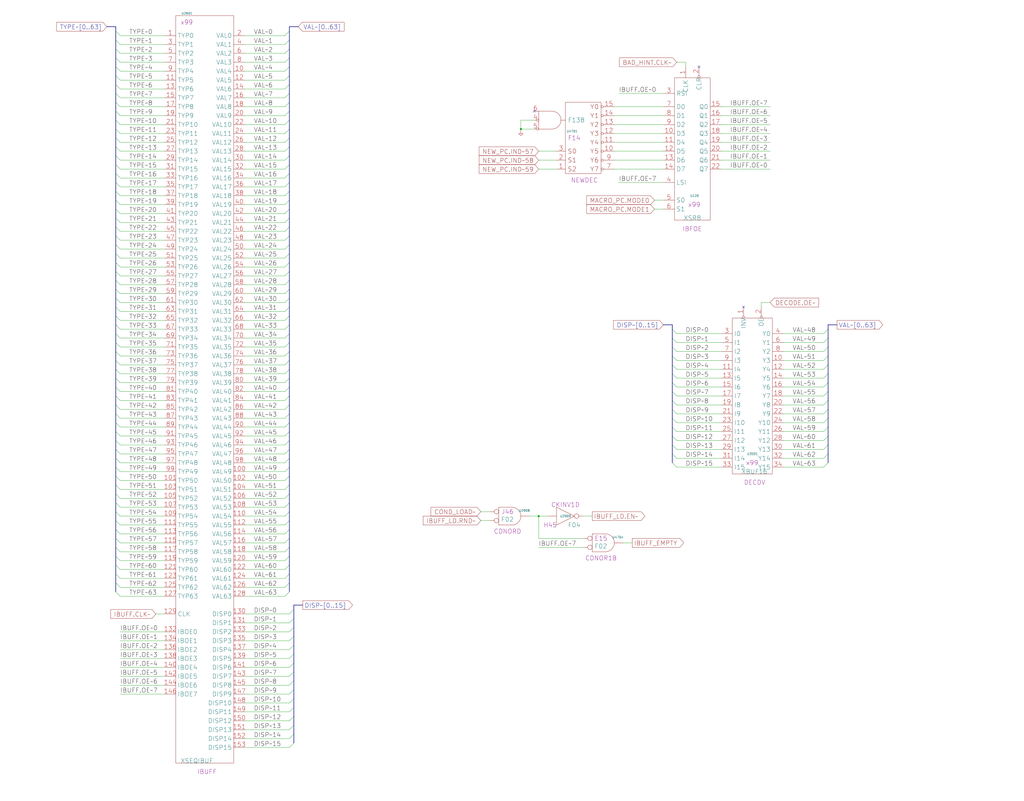
<source format=kicad_sch>
(kicad_sch (version 20230121) (generator eeschema)
  (paper "User" 584.2 457.2)
  (title_block (title "INSTRUCTION BUFFER") (date "22-MAY-90") (rev "1.0") (comment 1 "SEQUENCER") (comment 2 "232-003064") (comment 3 "S400") (comment 4 "RELEASED"))
  (junction (at 297.18 73.66))
  (junction (at 307.34 294.64))
  (no_connect (at 398.78 38.1))
  (no_connect (at 304.8 63.5))
  (no_connect (at 424.18 175.26))
  (bus_entry (at 66.04 83.82) (size 2.54 2.54))
  (bus_entry (at 383.54 208.28) (size 2.54 2.54))
  (bus_entry (at 165.1 327.66) (size -2.54 2.54))
  (bus_entry (at 165.1 73.66) (size -2.54 2.54))
  (bus_entry (at 66.04 185.42) (size 2.54 2.54))
  (bus_entry (at 66.04 93.98) (size 2.54 2.54))
  (bus_entry (at 66.04 317.5) (size 2.54 2.54))
  (bus_entry (at 165.1 22.86) (size -2.54 2.54))
  (bus_entry (at 66.04 154.94) (size 2.54 2.54))
  (bus_entry (at 167.64 347.98) (size -2.54 2.54))
  (bus_entry (at 383.54 254) (size 2.54 2.54))
  (bus_entry (at 472.44 259.08) (size -2.54 2.54))
  (bus_entry (at 165.1 297.18) (size -2.54 2.54))
  (bus_entry (at 165.1 175.26) (size -2.54 2.54))
  (bus_entry (at 165.1 160.02) (size -2.54 2.54))
  (bus_entry (at 66.04 251.46) (size 2.54 2.54))
  (bus_entry (at 165.1 246.38) (size -2.54 2.54))
  (bus_entry (at 165.1 119.38) (size -2.54 2.54))
  (bus_entry (at 165.1 129.54) (size -2.54 2.54))
  (bus_entry (at 66.04 33.02) (size 2.54 2.54))
  (bus_entry (at 66.04 276.86) (size 2.54 2.54))
  (bus_entry (at 165.1 195.58) (size -2.54 2.54))
  (bus_entry (at 165.1 63.5) (size -2.54 2.54))
  (bus_entry (at 66.04 129.54) (size 2.54 2.54))
  (bus_entry (at 66.04 109.22) (size 2.54 2.54))
  (bus_entry (at 66.04 144.78) (size 2.54 2.54))
  (bus_entry (at 66.04 215.9) (size 2.54 2.54))
  (bus_entry (at 66.04 165.1) (size 2.54 2.54))
  (bus_entry (at 165.1 43.18) (size -2.54 2.54))
  (bus_entry (at 165.1 241.3) (size -2.54 2.54))
  (bus_entry (at 167.64 388.62) (size -2.54 2.54))
  (bus_entry (at 165.1 190.5) (size -2.54 2.54))
  (bus_entry (at 165.1 200.66) (size -2.54 2.54))
  (bus_entry (at 66.04 104.14) (size 2.54 2.54))
  (bus_entry (at 66.04 43.18) (size 2.54 2.54))
  (bus_entry (at 66.04 261.62) (size 2.54 2.54))
  (bus_entry (at 472.44 228.6) (size -2.54 2.54))
  (bus_entry (at 167.64 363.22) (size -2.54 2.54))
  (bus_entry (at 165.1 307.34) (size -2.54 2.54))
  (bus_entry (at 167.64 408.94) (size -2.54 2.54))
  (bus_entry (at 472.44 198.12) (size -2.54 2.54))
  (bus_entry (at 66.04 220.98) (size 2.54 2.54))
  (bus_entry (at 472.44 254) (size -2.54 2.54))
  (bus_entry (at 66.04 231.14) (size 2.54 2.54))
  (bus_entry (at 383.54 238.76) (size 2.54 2.54))
  (bus_entry (at 66.04 236.22) (size 2.54 2.54))
  (bus_entry (at 66.04 210.82) (size 2.54 2.54))
  (bus_entry (at 167.64 414.02) (size -2.54 2.54))
  (bus_entry (at 165.1 139.7) (size -2.54 2.54))
  (bus_entry (at 472.44 203.2) (size -2.54 2.54))
  (bus_entry (at 167.64 383.54) (size -2.54 2.54))
  (bus_entry (at 66.04 68.58) (size 2.54 2.54))
  (bus_entry (at 66.04 27.94) (size 2.54 2.54))
  (bus_entry (at 66.04 332.74) (size 2.54 2.54))
  (bus_entry (at 472.44 238.76) (size -2.54 2.54))
  (bus_entry (at 66.04 170.18) (size 2.54 2.54))
  (bus_entry (at 66.04 99.06) (size 2.54 2.54))
  (bus_entry (at 66.04 73.66) (size 2.54 2.54))
  (bus_entry (at 66.04 190.5) (size 2.54 2.54))
  (bus_entry (at 66.04 312.42) (size 2.54 2.54))
  (bus_entry (at 165.1 287.02) (size -2.54 2.54))
  (bus_entry (at 165.1 261.62) (size -2.54 2.54))
  (bus_entry (at 66.04 78.74) (size 2.54 2.54))
  (bus_entry (at 165.1 266.7) (size -2.54 2.54))
  (bus_entry (at 165.1 109.22) (size -2.54 2.54))
  (bus_entry (at 66.04 149.86) (size 2.54 2.54))
  (bus_entry (at 165.1 205.74) (size -2.54 2.54))
  (bus_entry (at 167.64 403.86) (size -2.54 2.54))
  (bus_entry (at 66.04 287.02) (size 2.54 2.54))
  (bus_entry (at 66.04 175.26) (size 2.54 2.54))
  (bus_entry (at 66.04 241.3) (size 2.54 2.54))
  (bus_entry (at 66.04 139.7) (size 2.54 2.54))
  (bus_entry (at 66.04 114.3) (size 2.54 2.54))
  (bus_entry (at 165.1 88.9) (size -2.54 2.54))
  (bus_entry (at 165.1 281.94) (size -2.54 2.54))
  (bus_entry (at 66.04 63.5) (size 2.54 2.54))
  (bus_entry (at 472.44 264.16) (size -2.54 2.54))
  (bus_entry (at 167.64 373.38) (size -2.54 2.54))
  (bus_entry (at 66.04 266.7) (size 2.54 2.54))
  (bus_entry (at 66.04 337.82) (size 2.54 2.54))
  (bus_entry (at 165.1 312.42) (size -2.54 2.54))
  (bus_entry (at 66.04 200.66) (size 2.54 2.54))
  (bus_entry (at 383.54 218.44) (size 2.54 2.54))
  (bus_entry (at 165.1 93.98) (size -2.54 2.54))
  (bus_entry (at 383.54 223.52) (size 2.54 2.54))
  (bus_entry (at 165.1 271.78) (size -2.54 2.54))
  (bus_entry (at 66.04 124.46) (size 2.54 2.54))
  (bus_entry (at 165.1 104.14) (size -2.54 2.54))
  (bus_entry (at 167.64 393.7) (size -2.54 2.54))
  (bus_entry (at 165.1 99.06) (size -2.54 2.54))
  (bus_entry (at 472.44 243.84) (size -2.54 2.54))
  (bus_entry (at 66.04 256.54) (size 2.54 2.54))
  (bus_entry (at 165.1 220.98) (size -2.54 2.54))
  (bus_entry (at 165.1 180.34) (size -2.54 2.54))
  (bus_entry (at 383.54 248.92) (size 2.54 2.54))
  (bus_entry (at 165.1 302.26) (size -2.54 2.54))
  (bus_entry (at 472.44 218.44) (size -2.54 2.54))
  (bus_entry (at 165.1 53.34) (size -2.54 2.54))
  (bus_entry (at 383.54 187.96) (size 2.54 2.54))
  (bus_entry (at 165.1 38.1) (size -2.54 2.54))
  (bus_entry (at 66.04 246.38) (size 2.54 2.54))
  (bus_entry (at 165.1 33.02) (size -2.54 2.54))
  (bus_entry (at 66.04 48.26) (size 2.54 2.54))
  (bus_entry (at 66.04 205.74) (size 2.54 2.54))
  (bus_entry (at 383.54 228.6) (size 2.54 2.54))
  (bus_entry (at 167.64 358.14) (size -2.54 2.54))
  (bus_entry (at 66.04 271.78) (size 2.54 2.54))
  (bus_entry (at 167.64 398.78) (size -2.54 2.54))
  (bus_entry (at 66.04 160.02) (size 2.54 2.54))
  (bus_entry (at 66.04 226.06) (size 2.54 2.54))
  (bus_entry (at 66.04 53.34) (size 2.54 2.54))
  (bus_entry (at 66.04 180.34) (size 2.54 2.54))
  (bus_entry (at 165.1 276.86) (size -2.54 2.54))
  (bus_entry (at 383.54 259.08) (size 2.54 2.54))
  (bus_entry (at 66.04 297.18) (size 2.54 2.54))
  (bus_entry (at 472.44 248.92) (size -2.54 2.54))
  (bus_entry (at 165.1 134.62) (size -2.54 2.54))
  (bus_entry (at 165.1 210.82) (size -2.54 2.54))
  (bus_entry (at 167.64 424.18) (size -2.54 2.54))
  (bus_entry (at 167.64 368.3) (size -2.54 2.54))
  (bus_entry (at 472.44 223.52) (size -2.54 2.54))
  (bus_entry (at 165.1 322.58) (size -2.54 2.54))
  (bus_entry (at 165.1 231.14) (size -2.54 2.54))
  (bus_entry (at 165.1 251.46) (size -2.54 2.54))
  (bus_entry (at 165.1 78.74) (size -2.54 2.54))
  (bus_entry (at 66.04 322.58) (size 2.54 2.54))
  (bus_entry (at 472.44 193.04) (size -2.54 2.54))
  (bus_entry (at 165.1 154.94) (size -2.54 2.54))
  (bus_entry (at 66.04 281.94) (size 2.54 2.54))
  (bus_entry (at 165.1 337.82) (size -2.54 2.54))
  (bus_entry (at 167.64 353.06) (size -2.54 2.54))
  (bus_entry (at 66.04 17.78) (size 2.54 2.54))
  (bus_entry (at 66.04 58.42) (size 2.54 2.54))
  (bus_entry (at 66.04 307.34) (size 2.54 2.54))
  (bus_entry (at 165.1 332.74) (size -2.54 2.54))
  (bus_entry (at 383.54 198.12) (size 2.54 2.54))
  (bus_entry (at 165.1 236.22) (size -2.54 2.54))
  (bus_entry (at 383.54 203.2) (size 2.54 2.54))
  (bus_entry (at 66.04 327.66) (size 2.54 2.54))
  (bus_entry (at 165.1 185.42) (size -2.54 2.54))
  (bus_entry (at 66.04 292.1) (size 2.54 2.54))
  (bus_entry (at 165.1 124.46) (size -2.54 2.54))
  (bus_entry (at 472.44 213.36) (size -2.54 2.54))
  (bus_entry (at 165.1 83.82) (size -2.54 2.54))
  (bus_entry (at 165.1 144.78) (size -2.54 2.54))
  (bus_entry (at 66.04 195.58) (size 2.54 2.54))
  (bus_entry (at 66.04 302.26) (size 2.54 2.54))
  (bus_entry (at 167.64 378.46) (size -2.54 2.54))
  (bus_entry (at 472.44 208.28) (size -2.54 2.54))
  (bus_entry (at 165.1 68.58) (size -2.54 2.54))
  (bus_entry (at 165.1 114.3) (size -2.54 2.54))
  (bus_entry (at 383.54 213.36) (size 2.54 2.54))
  (bus_entry (at 165.1 165.1) (size -2.54 2.54))
  (bus_entry (at 165.1 58.42) (size -2.54 2.54))
  (bus_entry (at 165.1 256.54) (size -2.54 2.54))
  (bus_entry (at 165.1 48.26) (size -2.54 2.54))
  (bus_entry (at 165.1 317.5) (size -2.54 2.54))
  (bus_entry (at 165.1 27.94) (size -2.54 2.54))
  (bus_entry (at 66.04 134.62) (size 2.54 2.54))
  (bus_entry (at 165.1 215.9) (size -2.54 2.54))
  (bus_entry (at 167.64 419.1) (size -2.54 2.54))
  (bus_entry (at 383.54 264.16) (size 2.54 2.54))
  (bus_entry (at 383.54 243.84) (size 2.54 2.54))
  (bus_entry (at 165.1 149.86) (size -2.54 2.54))
  (bus_entry (at 472.44 233.68) (size -2.54 2.54))
  (bus_entry (at 66.04 38.1) (size 2.54 2.54))
  (bus_entry (at 165.1 226.06) (size -2.54 2.54))
  (bus_entry (at 383.54 193.04) (size 2.54 2.54))
  (bus_entry (at 383.54 233.68) (size 2.54 2.54))
  (bus_entry (at 472.44 187.96) (size -2.54 2.54))
  (bus_entry (at 66.04 119.38) (size 2.54 2.54))
  (bus_entry (at 66.04 88.9) (size 2.54 2.54))
  (bus_entry (at 66.04 22.86) (size 2.54 2.54))
  (bus_entry (at 165.1 292.1) (size -2.54 2.54))
  (bus_entry (at 165.1 170.18) (size -2.54 2.54))
  (bus_entry (at 165.1 17.78) (size -2.54 2.54))
  (wire (pts (xy 139.7 284.48) (xy 162.56 284.48)))
  (wire (pts (xy 139.7 182.88) (xy 162.56 182.88)))
  (bus (pts (xy 165.1 312.42) (xy 165.1 317.5)))
  (bus (pts (xy 167.64 388.62) (xy 167.64 393.7)))
  (bus (pts (xy 165.1 332.74) (xy 165.1 337.82)))
  (wire (pts (xy 68.58 365.76) (xy 93.98 365.76)))
  (bus (pts (xy 165.1 154.94) (xy 165.1 160.02)))
  (wire (pts (xy 93.98 208.28) (xy 68.58 208.28)))
  (bus (pts (xy 165.1 63.5) (xy 165.1 68.58)))
  (wire (pts (xy 93.98 162.56) (xy 68.58 162.56)))
  (bus (pts (xy 66.04 281.94) (xy 66.04 287.02)))
  (bus (pts (xy 165.1 317.5) (xy 165.1 322.58)))
  (wire (pts (xy 139.7 325.12) (xy 162.56 325.12)))
  (wire (pts (xy 139.7 279.4) (xy 162.56 279.4)))
  (bus (pts (xy 66.04 129.54) (xy 66.04 134.62)))
  (bus (pts (xy 165.1 307.34) (xy 165.1 312.42)))
  (wire (pts (xy 139.7 396.24) (xy 165.1 396.24)))
  (wire (pts (xy 139.7 50.8) (xy 162.56 50.8)))
  (wire (pts (xy 386.08 35.56) (xy 391.16 35.56)))
  (wire (pts (xy 139.7 86.36) (xy 162.56 86.36)))
  (wire (pts (xy 139.7 426.72) (xy 165.1 426.72)))
  (wire (pts (xy 93.98 218.44) (xy 68.58 218.44)))
  (bus (pts (xy 165.1 180.34) (xy 165.1 185.42)))
  (bus (pts (xy 66.04 93.98) (xy 66.04 99.06)))
  (wire (pts (xy 93.98 259.08) (xy 68.58 259.08)))
  (bus (pts (xy 165.1 38.1) (xy 165.1 43.18)))
  (wire (pts (xy 447.04 210.82) (xy 469.9 210.82)))
  (wire (pts (xy 139.7 259.08) (xy 162.56 259.08)))
  (wire (pts (xy 93.98 25.4) (xy 68.58 25.4)))
  (wire (pts (xy 139.7 330.2) (xy 162.56 330.2)))
  (bus (pts (xy 472.44 213.36) (xy 472.44 218.44)))
  (bus (pts (xy 66.04 292.1) (xy 66.04 297.18)))
  (wire (pts (xy 139.7 350.52) (xy 165.1 350.52)))
  (bus (pts (xy 378.46 185.42) (xy 383.54 185.42)))
  (wire (pts (xy 386.08 236.22) (xy 411.48 236.22)))
  (bus (pts (xy 165.1 302.26) (xy 165.1 307.34)))
  (bus (pts (xy 165.1 17.78) (xy 165.1 22.86)))
  (bus (pts (xy 165.1 210.82) (xy 165.1 215.9)))
  (bus (pts (xy 66.04 119.38) (xy 66.04 124.46)))
  (wire (pts (xy 307.34 86.36) (xy 317.5 86.36)))
  (wire (pts (xy 304.8 68.58) (xy 297.18 68.58)))
  (wire (pts (xy 139.7 218.44) (xy 162.56 218.44)))
  (wire (pts (xy 139.7 365.76) (xy 165.1 365.76)))
  (bus (pts (xy 165.1 276.86) (xy 165.1 281.94)))
  (bus (pts (xy 66.04 73.66) (xy 66.04 78.74)))
  (bus (pts (xy 66.04 302.26) (xy 66.04 307.34)))
  (wire (pts (xy 139.7 213.36) (xy 162.56 213.36)))
  (bus (pts (xy 66.04 43.18) (xy 66.04 48.26)))
  (bus (pts (xy 165.1 226.06) (xy 165.1 231.14)))
  (wire (pts (xy 93.98 335.28) (xy 68.58 335.28)))
  (wire (pts (xy 93.98 106.68) (xy 68.58 106.68)))
  (wire (pts (xy 93.98 40.64) (xy 68.58 40.64)))
  (bus (pts (xy 66.04 287.02) (xy 66.04 292.1)))
  (bus (pts (xy 165.1 33.02) (xy 165.1 38.1)))
  (wire (pts (xy 93.98 289.56) (xy 68.58 289.56)))
  (bus (pts (xy 66.04 205.74) (xy 66.04 210.82)))
  (wire (pts (xy 93.98 203.2) (xy 68.58 203.2)))
  (wire (pts (xy 411.48 60.96) (xy 439.42 60.96)))
  (wire (pts (xy 447.04 266.7) (xy 469.9 266.7)))
  (wire (pts (xy 139.7 391.16) (xy 165.1 391.16)))
  (wire (pts (xy 68.58 370.84) (xy 93.98 370.84)))
  (wire (pts (xy 447.04 261.62) (xy 469.9 261.62)))
  (wire (pts (xy 350.52 71.12) (xy 378.46 71.12)))
  (wire (pts (xy 139.7 40.64) (xy 162.56 40.64)))
  (wire (pts (xy 411.48 71.12) (xy 439.42 71.12)))
  (bus (pts (xy 383.54 218.44) (xy 383.54 223.52)))
  (bus (pts (xy 383.54 243.84) (xy 383.54 248.92)))
  (wire (pts (xy 139.7 289.56) (xy 162.56 289.56)))
  (bus (pts (xy 66.04 297.18) (xy 66.04 302.26)))
  (wire (pts (xy 93.98 91.44) (xy 68.58 91.44)))
  (wire (pts (xy 139.7 142.24) (xy 162.56 142.24)))
  (bus (pts (xy 66.04 114.3) (xy 66.04 119.38)))
  (bus (pts (xy 165.1 144.78) (xy 165.1 149.86)))
  (bus (pts (xy 167.64 398.78) (xy 167.64 403.86)))
  (wire (pts (xy 307.34 312.42) (xy 332.74 312.42)))
  (wire (pts (xy 68.58 381) (xy 93.98 381)))
  (wire (pts (xy 447.04 200.66) (xy 469.9 200.66)))
  (wire (pts (xy 297.18 68.58) (xy 297.18 73.66)))
  (wire (pts (xy 93.98 279.4) (xy 68.58 279.4)))
  (bus (pts (xy 472.44 248.92) (xy 472.44 254)))
  (wire (pts (xy 139.7 299.72) (xy 162.56 299.72)))
  (bus (pts (xy 167.64 414.02) (xy 167.64 419.1)))
  (wire (pts (xy 447.04 246.38) (xy 469.9 246.38)))
  (wire (pts (xy 93.98 132.08) (xy 68.58 132.08)))
  (wire (pts (xy 139.7 76.2) (xy 162.56 76.2)))
  (bus (pts (xy 66.04 104.14) (xy 66.04 109.22)))
  (bus (pts (xy 165.1 322.58) (xy 165.1 327.66)))
  (bus (pts (xy 66.04 220.98) (xy 66.04 226.06)))
  (wire (pts (xy 93.98 60.96) (xy 68.58 60.96)))
  (bus (pts (xy 472.44 198.12) (xy 472.44 203.2)))
  (bus (pts (xy 66.04 154.94) (xy 66.04 160.02)))
  (wire (pts (xy 274.32 292.1) (xy 279.4 292.1)))
  (bus (pts (xy 66.04 332.74) (xy 66.04 337.82)))
  (wire (pts (xy 373.38 114.3) (xy 378.46 114.3)))
  (bus (pts (xy 167.64 347.98) (xy 167.64 353.06)))
  (bus (pts (xy 165.1 93.98) (xy 165.1 99.06)))
  (wire (pts (xy 139.7 55.88) (xy 162.56 55.88)))
  (wire (pts (xy 386.08 205.74) (xy 411.48 205.74)))
  (wire (pts (xy 447.04 205.74) (xy 469.9 205.74)))
  (wire (pts (xy 386.08 266.7) (xy 411.48 266.7)))
  (wire (pts (xy 93.98 177.8) (xy 68.58 177.8)))
  (wire (pts (xy 139.7 320.04) (xy 162.56 320.04)))
  (bus (pts (xy 165.1 281.94) (xy 165.1 287.02)))
  (bus (pts (xy 383.54 198.12) (xy 383.54 203.2)))
  (wire (pts (xy 93.98 233.68) (xy 68.58 233.68)))
  (bus (pts (xy 66.04 271.78) (xy 66.04 276.86)))
  (bus (pts (xy 165.1 231.14) (xy 165.1 236.22)))
  (wire (pts (xy 93.98 86.36) (xy 68.58 86.36)))
  (wire (pts (xy 93.98 121.92) (xy 68.58 121.92)))
  (bus (pts (xy 165.1 327.66) (xy 165.1 332.74)))
  (wire (pts (xy 93.98 223.52) (xy 68.58 223.52)))
  (bus (pts (xy 165.1 149.86) (xy 165.1 154.94)))
  (wire (pts (xy 350.52 76.2) (xy 378.46 76.2)))
  (bus (pts (xy 383.54 185.42) (xy 383.54 187.96)))
  (bus (pts (xy 165.1 241.3) (xy 165.1 246.38)))
  (bus (pts (xy 165.1 175.26) (xy 165.1 180.34)))
  (wire (pts (xy 307.34 91.44) (xy 317.5 91.44)))
  (bus (pts (xy 60.96 15.24) (xy 66.04 15.24)))
  (bus (pts (xy 66.04 139.7) (xy 66.04 144.78)))
  (bus (pts (xy 472.44 259.08) (xy 472.44 264.16)))
  (wire (pts (xy 139.7 264.16) (xy 162.56 264.16)))
  (bus (pts (xy 165.1 99.06) (xy 165.1 104.14)))
  (bus (pts (xy 66.04 241.3) (xy 66.04 246.38)))
  (wire (pts (xy 139.7 208.28) (xy 162.56 208.28)))
  (wire (pts (xy 93.98 182.88) (xy 68.58 182.88)))
  (bus (pts (xy 165.1 266.7) (xy 165.1 271.78)))
  (wire (pts (xy 139.7 233.68) (xy 162.56 233.68)))
  (bus (pts (xy 66.04 327.66) (xy 66.04 332.74)))
  (wire (pts (xy 93.98 248.92) (xy 68.58 248.92)))
  (bus (pts (xy 383.54 223.52) (xy 383.54 228.6)))
  (bus (pts (xy 165.1 114.3) (xy 165.1 119.38)))
  (wire (pts (xy 93.98 340.36) (xy 68.58 340.36)))
  (wire (pts (xy 139.7 30.48) (xy 162.56 30.48)))
  (wire (pts (xy 139.7 269.24) (xy 162.56 269.24)))
  (wire (pts (xy 386.08 241.3) (xy 411.48 241.3)))
  (bus (pts (xy 66.04 195.58) (xy 66.04 200.66)))
  (wire (pts (xy 93.98 111.76) (xy 68.58 111.76)))
  (bus (pts (xy 165.1 68.58) (xy 165.1 73.66)))
  (wire (pts (xy 139.7 248.92) (xy 162.56 248.92)))
  (bus (pts (xy 383.54 228.6) (xy 383.54 233.68)))
  (wire (pts (xy 139.7 254) (xy 162.56 254)))
  (wire (pts (xy 88.9 350.52) (xy 93.98 350.52)))
  (bus (pts (xy 165.1 124.46) (xy 165.1 129.54)))
  (wire (pts (xy 332.74 294.64) (xy 337.82 294.64)))
  (bus (pts (xy 472.44 187.96) (xy 472.44 193.04)))
  (wire (pts (xy 68.58 391.16) (xy 93.98 391.16)))
  (wire (pts (xy 93.98 55.88) (xy 68.58 55.88)))
  (wire (pts (xy 93.98 66.04) (xy 68.58 66.04)))
  (wire (pts (xy 411.48 86.36) (xy 439.42 86.36)))
  (wire (pts (xy 447.04 231.14) (xy 469.9 231.14)))
  (wire (pts (xy 139.7 127) (xy 162.56 127)))
  (wire (pts (xy 93.98 299.72) (xy 68.58 299.72)))
  (bus (pts (xy 66.04 266.7) (xy 66.04 271.78)))
  (bus (pts (xy 66.04 88.9) (xy 66.04 93.98)))
  (wire (pts (xy 139.7 238.76) (xy 162.56 238.76)))
  (bus (pts (xy 165.1 43.18) (xy 165.1 48.26)))
  (bus (pts (xy 66.04 215.9) (xy 66.04 220.98)))
  (wire (pts (xy 139.7 101.6) (xy 162.56 101.6)))
  (bus (pts (xy 66.04 149.86) (xy 66.04 154.94)))
  (wire (pts (xy 139.7 45.72) (xy 162.56 45.72)))
  (wire (pts (xy 93.98 254) (xy 68.58 254)))
  (wire (pts (xy 93.98 116.84) (xy 68.58 116.84)))
  (bus (pts (xy 66.04 144.78) (xy 66.04 149.86)))
  (wire (pts (xy 68.58 386.08) (xy 93.98 386.08)))
  (wire (pts (xy 373.38 119.38) (xy 378.46 119.38)))
  (bus (pts (xy 165.1 185.42) (xy 165.1 190.5)))
  (wire (pts (xy 139.7 187.96) (xy 162.56 187.96)))
  (wire (pts (xy 93.98 45.72) (xy 68.58 45.72)))
  (bus (pts (xy 165.1 83.82) (xy 165.1 88.9)))
  (wire (pts (xy 447.04 226.06) (xy 469.9 226.06)))
  (wire (pts (xy 139.7 274.32) (xy 162.56 274.32)))
  (bus (pts (xy 167.64 345.44) (xy 172.72 345.44)))
  (wire (pts (xy 93.98 81.28) (xy 68.58 81.28)))
  (wire (pts (xy 386.08 210.82) (xy 411.48 210.82)))
  (wire (pts (xy 93.98 76.2) (xy 68.58 76.2)))
  (bus (pts (xy 66.04 160.02) (xy 66.04 165.1)))
  (wire (pts (xy 302.26 294.64) (xy 307.34 294.64)))
  (wire (pts (xy 297.18 73.66) (xy 304.8 73.66)))
  (wire (pts (xy 139.7 381) (xy 165.1 381)))
  (bus (pts (xy 66.04 58.42) (xy 66.04 63.5)))
  (bus (pts (xy 165.1 287.02) (xy 165.1 292.1)))
  (bus (pts (xy 66.04 78.74) (xy 66.04 83.82)))
  (bus (pts (xy 66.04 134.62) (xy 66.04 139.7)))
  (bus (pts (xy 167.64 368.3) (xy 167.64 373.38)))
  (bus (pts (xy 66.04 256.54) (xy 66.04 261.62)))
  (wire (pts (xy 386.08 215.9) (xy 411.48 215.9)))
  (wire (pts (xy 350.52 81.28) (xy 378.46 81.28)))
  (wire (pts (xy 93.98 193.04) (xy 68.58 193.04)))
  (wire (pts (xy 93.98 274.32) (xy 68.58 274.32)))
  (wire (pts (xy 307.34 307.34) (xy 332.74 307.34)))
  (wire (pts (xy 139.7 243.84) (xy 162.56 243.84)))
  (bus (pts (xy 383.54 238.76) (xy 383.54 243.84)))
  (wire (pts (xy 139.7 340.36) (xy 162.56 340.36)))
  (bus (pts (xy 472.44 243.84) (xy 472.44 248.92)))
  (wire (pts (xy 93.98 187.96) (xy 68.58 187.96)))
  (wire (pts (xy 139.7 223.52) (xy 162.56 223.52)))
  (wire (pts (xy 139.7 157.48) (xy 162.56 157.48)))
  (bus (pts (xy 66.04 15.24) (xy 66.04 17.78)))
  (bus (pts (xy 165.1 256.54) (xy 165.1 261.62)))
  (bus (pts (xy 66.04 33.02) (xy 66.04 38.1)))
  (wire (pts (xy 93.98 325.12) (xy 68.58 325.12)))
  (wire (pts (xy 139.7 421.64) (xy 165.1 421.64)))
  (bus (pts (xy 66.04 48.26) (xy 66.04 53.34)))
  (bus (pts (xy 165.1 236.22) (xy 165.1 241.3)))
  (wire (pts (xy 350.52 60.96) (xy 378.46 60.96)))
  (bus (pts (xy 170.18 15.24) (xy 165.1 15.24)))
  (bus (pts (xy 66.04 124.46) (xy 66.04 129.54)))
  (bus (pts (xy 165.1 109.22) (xy 165.1 114.3)))
  (bus (pts (xy 383.54 208.28) (xy 383.54 213.36)))
  (wire (pts (xy 139.7 132.08) (xy 162.56 132.08)))
  (bus (pts (xy 472.44 254) (xy 472.44 259.08)))
  (bus (pts (xy 165.1 22.86) (xy 165.1 27.94)))
  (bus (pts (xy 383.54 233.68) (xy 383.54 238.76)))
  (wire (pts (xy 447.04 236.22) (xy 469.9 236.22)))
  (wire (pts (xy 139.7 66.04) (xy 162.56 66.04)))
  (wire (pts (xy 93.98 20.32) (xy 68.58 20.32)))
  (bus (pts (xy 165.1 297.18) (xy 165.1 302.26)))
  (bus (pts (xy 66.04 251.46) (xy 66.04 256.54)))
  (bus (pts (xy 383.54 254) (xy 383.54 259.08)))
  (bus (pts (xy 167.64 419.1) (xy 167.64 424.18)))
  (wire (pts (xy 411.48 81.28) (xy 439.42 81.28)))
  (bus (pts (xy 66.04 109.22) (xy 66.04 114.3)))
  (wire (pts (xy 386.08 200.66) (xy 411.48 200.66)))
  (wire (pts (xy 93.98 294.64) (xy 68.58 294.64)))
  (bus (pts (xy 383.54 193.04) (xy 383.54 198.12)))
  (wire (pts (xy 93.98 243.84) (xy 68.58 243.84)))
  (wire (pts (xy 93.98 152.4) (xy 68.58 152.4)))
  (wire (pts (xy 139.7 81.28) (xy 162.56 81.28)))
  (wire (pts (xy 386.08 190.5) (xy 411.48 190.5)))
  (bus (pts (xy 165.1 190.5) (xy 165.1 195.58)))
  (wire (pts (xy 350.52 91.44) (xy 378.46 91.44)))
  (bus (pts (xy 472.44 228.6) (xy 472.44 233.68)))
  (wire (pts (xy 93.98 137.16) (xy 68.58 137.16)))
  (wire (pts (xy 139.7 147.32) (xy 162.56 147.32)))
  (bus (pts (xy 66.04 322.58) (xy 66.04 327.66)))
  (wire (pts (xy 386.08 246.38) (xy 411.48 246.38)))
  (wire (pts (xy 355.6 309.88) (xy 360.68 309.88)))
  (wire (pts (xy 139.7 111.76) (xy 162.56 111.76)))
  (wire (pts (xy 139.7 401.32) (xy 165.1 401.32)))
  (wire (pts (xy 139.7 177.8) (xy 162.56 177.8)))
  (bus (pts (xy 66.04 200.66) (xy 66.04 205.74)))
  (wire (pts (xy 93.98 213.36) (xy 68.58 213.36)))
  (bus (pts (xy 472.44 238.76) (xy 472.44 243.84)))
  (wire (pts (xy 447.04 215.9) (xy 469.9 215.9)))
  (wire (pts (xy 93.98 167.64) (xy 68.58 167.64)))
  (wire (pts (xy 391.16 35.56) (xy 391.16 38.1)))
  (bus (pts (xy 66.04 185.42) (xy 66.04 190.5)))
  (bus (pts (xy 167.64 373.38) (xy 167.64 378.46)))
  (wire (pts (xy 93.98 304.8) (xy 68.58 304.8)))
  (wire (pts (xy 139.7 335.28) (xy 162.56 335.28)))
  (bus (pts (xy 165.1 88.9) (xy 165.1 93.98)))
  (bus (pts (xy 66.04 68.58) (xy 66.04 73.66)))
  (bus (pts (xy 165.1 119.38) (xy 165.1 124.46)))
  (bus (pts (xy 165.1 170.18) (xy 165.1 175.26)))
  (wire (pts (xy 350.52 96.52) (xy 378.46 96.52)))
  (bus (pts (xy 472.44 223.52) (xy 472.44 228.6)))
  (wire (pts (xy 139.7 152.4) (xy 162.56 152.4)))
  (bus (pts (xy 165.1 73.66) (xy 165.1 78.74)))
  (bus (pts (xy 66.04 175.26) (xy 66.04 180.34)))
  (bus (pts (xy 165.1 205.74) (xy 165.1 210.82)))
  (bus (pts (xy 165.1 251.46) (xy 165.1 256.54)))
  (wire (pts (xy 439.42 172.72) (xy 434.34 172.72)))
  (bus (pts (xy 165.1 246.38) (xy 165.1 251.46)))
  (wire (pts (xy 93.98 172.72) (xy 68.58 172.72)))
  (wire (pts (xy 139.7 137.16) (xy 162.56 137.16)))
  (wire (pts (xy 386.08 226.06) (xy 411.48 226.06)))
  (wire (pts (xy 68.58 360.68) (xy 93.98 360.68)))
  (wire (pts (xy 411.48 96.52) (xy 439.42 96.52)))
  (wire (pts (xy 93.98 96.52) (xy 68.58 96.52)))
  (wire (pts (xy 139.7 309.88) (xy 162.56 309.88)))
  (wire (pts (xy 447.04 220.98) (xy 469.9 220.98)))
  (wire (pts (xy 411.48 76.2) (xy 439.42 76.2)))
  (bus (pts (xy 167.64 363.22) (xy 167.64 368.3)))
  (wire (pts (xy 139.7 375.92) (xy 165.1 375.92)))
  (bus (pts (xy 66.04 27.94) (xy 66.04 33.02)))
  (bus (pts (xy 66.04 170.18) (xy 66.04 175.26)))
  (wire (pts (xy 434.34 172.72) (xy 434.34 175.26)))
  (wire (pts (xy 139.7 360.68) (xy 165.1 360.68)))
  (wire (pts (xy 93.98 35.56) (xy 68.58 35.56)))
  (bus (pts (xy 165.1 195.58) (xy 165.1 200.66)))
  (wire (pts (xy 274.32 297.18) (xy 279.4 297.18)))
  (bus (pts (xy 66.04 210.82) (xy 66.04 215.9)))
  (wire (pts (xy 353.06 104.14) (xy 378.46 104.14)))
  (wire (pts (xy 139.7 35.56) (xy 162.56 35.56)))
  (bus (pts (xy 165.1 27.94) (xy 165.1 33.02)))
  (wire (pts (xy 139.7 106.68) (xy 162.56 106.68)))
  (wire (pts (xy 139.7 116.84) (xy 162.56 116.84)))
  (bus (pts (xy 383.54 203.2) (xy 383.54 208.28)))
  (bus (pts (xy 477.52 185.42) (xy 472.44 185.42)))
  (bus (pts (xy 66.04 190.5) (xy 66.04 195.58)))
  (wire (pts (xy 411.48 91.44) (xy 439.42 91.44)))
  (bus (pts (xy 66.04 17.78) (xy 66.04 22.86)))
  (wire (pts (xy 68.58 375.92) (xy 93.98 375.92)))
  (bus (pts (xy 165.1 58.42) (xy 165.1 63.5)))
  (wire (pts (xy 447.04 256.54) (xy 469.9 256.54)))
  (wire (pts (xy 139.7 370.84) (xy 165.1 370.84)))
  (bus (pts (xy 472.44 208.28) (xy 472.44 213.36)))
  (bus (pts (xy 167.64 403.86) (xy 167.64 408.94)))
  (bus (pts (xy 472.44 218.44) (xy 472.44 223.52)))
  (wire (pts (xy 139.7 355.6) (xy 165.1 355.6)))
  (wire (pts (xy 139.7 96.52) (xy 162.56 96.52)))
  (bus (pts (xy 165.1 104.14) (xy 165.1 109.22)))
  (bus (pts (xy 66.04 317.5) (xy 66.04 322.58)))
  (wire (pts (xy 139.7 406.4) (xy 165.1 406.4)))
  (bus (pts (xy 383.54 213.36) (xy 383.54 218.44)))
  (wire (pts (xy 93.98 264.16) (xy 68.58 264.16)))
  (wire (pts (xy 93.98 330.2) (xy 68.58 330.2)))
  (wire (pts (xy 386.08 251.46) (xy 411.48 251.46)))
  (bus (pts (xy 383.54 248.92) (xy 383.54 254)))
  (bus (pts (xy 165.1 292.1) (xy 165.1 297.18)))
  (bus (pts (xy 165.1 160.02) (xy 165.1 165.1)))
  (wire (pts (xy 93.98 101.6) (xy 68.58 101.6)))
  (wire (pts (xy 139.7 20.32) (xy 162.56 20.32)))
  (bus (pts (xy 167.64 378.46) (xy 167.64 383.54)))
  (bus (pts (xy 165.1 271.78) (xy 165.1 276.86)))
  (bus (pts (xy 167.64 393.7) (xy 167.64 398.78)))
  (wire (pts (xy 139.7 71.12) (xy 162.56 71.12)))
  (wire (pts (xy 93.98 269.24) (xy 68.58 269.24)))
  (wire (pts (xy 93.98 309.88) (xy 68.58 309.88)))
  (bus (pts (xy 66.04 312.42) (xy 66.04 317.5)))
  (bus (pts (xy 66.04 99.06) (xy 66.04 104.14)))
  (wire (pts (xy 139.7 198.12) (xy 162.56 198.12)))
  (bus (pts (xy 66.04 307.34) (xy 66.04 312.42)))
  (bus (pts (xy 165.1 165.1) (xy 165.1 170.18)))
  (bus (pts (xy 165.1 53.34) (xy 165.1 58.42)))
  (wire (pts (xy 93.98 228.6) (xy 68.58 228.6)))
  (wire (pts (xy 139.7 167.64) (xy 162.56 167.64)))
  (bus (pts (xy 167.64 383.54) (xy 167.64 388.62)))
  (wire (pts (xy 93.98 50.8) (xy 68.58 50.8)))
  (bus (pts (xy 165.1 134.62) (xy 165.1 139.7)))
  (wire (pts (xy 139.7 228.6) (xy 162.56 228.6)))
  (wire (pts (xy 447.04 195.58) (xy 469.9 195.58)))
  (bus (pts (xy 66.04 246.38) (xy 66.04 251.46)))
  (bus (pts (xy 66.04 236.22) (xy 66.04 241.3)))
  (wire (pts (xy 68.58 396.24) (xy 93.98 396.24)))
  (bus (pts (xy 66.04 231.14) (xy 66.04 236.22)))
  (bus (pts (xy 165.1 215.9) (xy 165.1 220.98)))
  (bus (pts (xy 167.64 347.98) (xy 167.64 345.44)))
  (wire (pts (xy 139.7 193.04) (xy 162.56 193.04)))
  (bus (pts (xy 165.1 78.74) (xy 165.1 83.82)))
  (bus (pts (xy 66.04 180.34) (xy 66.04 185.42)))
  (bus (pts (xy 165.1 200.66) (xy 165.1 205.74)))
  (wire (pts (xy 139.7 121.92) (xy 162.56 121.92)))
  (bus (pts (xy 66.04 63.5) (xy 66.04 68.58)))
  (bus (pts (xy 472.44 203.2) (xy 472.44 208.28)))
  (bus (pts (xy 472.44 193.04) (xy 472.44 198.12)))
  (wire (pts (xy 93.98 157.48) (xy 68.58 157.48)))
  (bus (pts (xy 66.04 165.1) (xy 66.04 170.18)))
  (wire (pts (xy 93.98 147.32) (xy 68.58 147.32)))
  (bus (pts (xy 167.64 408.94) (xy 167.64 414.02)))
  (bus (pts (xy 165.1 220.98) (xy 165.1 226.06)))
  (bus (pts (xy 167.64 353.06) (xy 167.64 358.14)))
  (wire (pts (xy 386.08 220.98) (xy 411.48 220.98)))
  (wire (pts (xy 307.34 294.64) (xy 307.34 307.34)))
  (wire (pts (xy 93.98 71.12) (xy 68.58 71.12)))
  (wire (pts (xy 93.98 320.04) (xy 68.58 320.04)))
  (bus (pts (xy 66.04 83.82) (xy 66.04 88.9)))
  (wire (pts (xy 447.04 241.3) (xy 469.9 241.3)))
  (wire (pts (xy 386.08 261.62) (xy 411.48 261.62)))
  (wire (pts (xy 93.98 198.12) (xy 68.58 198.12)))
  (bus (pts (xy 165.1 261.62) (xy 165.1 266.7)))
  (bus (pts (xy 66.04 261.62) (xy 66.04 266.7)))
  (wire (pts (xy 353.06 53.34) (xy 378.46 53.34)))
  (wire (pts (xy 93.98 127) (xy 68.58 127)))
  (wire (pts (xy 139.7 386.08) (xy 165.1 386.08)))
  (wire (pts (xy 93.98 30.48) (xy 68.58 30.48)))
  (bus (pts (xy 66.04 226.06) (xy 66.04 231.14)))
  (bus (pts (xy 383.54 187.96) (xy 383.54 193.04)))
  (wire (pts (xy 307.34 96.52) (xy 317.5 96.52)))
  (wire (pts (xy 350.52 86.36) (xy 378.46 86.36)))
  (bus (pts (xy 165.1 15.24) (xy 165.1 17.78)))
  (bus (pts (xy 383.54 259.08) (xy 383.54 264.16)))
  (wire (pts (xy 386.08 231.14) (xy 411.48 231.14)))
  (wire (pts (xy 139.7 411.48) (xy 165.1 411.48)))
  (bus (pts (xy 472.44 185.42) (xy 472.44 187.96)))
  (wire (pts (xy 139.7 314.96) (xy 162.56 314.96)))
  (bus (pts (xy 66.04 53.34) (xy 66.04 58.42)))
  (wire (pts (xy 447.04 251.46) (xy 469.9 251.46)))
  (wire (pts (xy 139.7 416.56) (xy 165.1 416.56)))
  (wire (pts (xy 307.34 294.64) (xy 312.42 294.64)))
  (wire (pts (xy 139.7 203.2) (xy 162.56 203.2)))
  (wire (pts (xy 93.98 284.48) (xy 68.58 284.48)))
  (wire (pts (xy 350.52 66.04) (xy 378.46 66.04)))
  (wire (pts (xy 447.04 190.5) (xy 469.9 190.5)))
  (wire (pts (xy 386.08 195.58) (xy 411.48 195.58)))
  (wire (pts (xy 411.48 66.04) (xy 439.42 66.04)))
  (bus (pts (xy 66.04 276.86) (xy 66.04 281.94)))
  (wire (pts (xy 93.98 314.96) (xy 68.58 314.96)))
  (bus (pts (xy 66.04 38.1) (xy 66.04 43.18)))
  (wire (pts (xy 139.7 25.4) (xy 162.56 25.4)))
  (wire (pts (xy 139.7 91.44) (xy 162.56 91.44)))
  (bus (pts (xy 472.44 233.68) (xy 472.44 238.76)))
  (wire (pts (xy 93.98 142.24) (xy 68.58 142.24)))
  (bus (pts (xy 66.04 22.86) (xy 66.04 27.94)))
  (wire (pts (xy 93.98 238.76) (xy 68.58 238.76)))
  (bus (pts (xy 165.1 139.7) (xy 165.1 144.78)))
  (bus (pts (xy 165.1 48.26) (xy 165.1 53.34)))
  (wire (pts (xy 139.7 294.64) (xy 162.56 294.64)))
  (wire (pts (xy 139.7 60.96) (xy 162.56 60.96)))
  (wire (pts (xy 139.7 172.72) (xy 162.56 172.72)))
  (wire (pts (xy 139.7 304.8) (xy 162.56 304.8)))
  (wire (pts (xy 386.08 256.54) (xy 411.48 256.54)))
  (bus (pts (xy 167.64 358.14) (xy 167.64 363.22)))
  (wire (pts (xy 139.7 162.56) (xy 162.56 162.56)))
  (bus (pts (xy 165.1 129.54) (xy 165.1 134.62)))
  (label "VAL~7" (at 144.78 55.88 0) (effects (font (size 2.54 2.54))))
  (label "DISP~12" (at 391.16 251.46 0) (effects (font (size 2.54 2.54))))
  (label "TYPE~57" (at 73.66 309.88 0) (effects (font (size 2.54 2.54))))
  (label "DISP~15" (at 144.78 426.72 0) (effects (font (size 2.54 2.54))))
  (label "IBUFF.OE~2" (at 416.56 86.36 0) (effects (font (size 2.54 2.54))))
  (label "IBUFF.OE~7" (at 416.56 60.96 0) (effects (font (size 2.54 2.54))))
  (label "TYPE~25" (at 73.66 147.32 0) (effects (font (size 2.54 2.54))))
  (label "DISP~5" (at 144.78 375.92 0) (effects (font (size 2.54 2.54))))
  (label "VAL~18" (at 144.78 111.76 0) (effects (font (size 2.54 2.54))))
  (label "DISP~14" (at 144.78 421.64 0) (effects (font (size 2.54 2.54))))
  (label "TYPE~36" (at 73.66 203.2 0) (effects (font (size 2.54 2.54))))
  (label "DISP~4" (at 391.16 210.82 0) (effects (font (size 2.54 2.54))))
  (label "DISP~3" (at 144.78 365.76 0) (effects (font (size 2.54 2.54))))
  (label "VAL~60" (at 144.78 325.12 0) (effects (font (size 2.54 2.54))))
  (label "TYPE~9" (at 73.66 66.04 0) (effects (font (size 2.54 2.54))))
  (label "DISP~0" (at 391.16 190.5 0) (effects (font (size 2.54 2.54))))
  (label "IBUFF.OE~0" (at 68.58 360.68 0) (effects (font (size 2.54 2.54))))
  (label "DISP~3" (at 391.16 205.74 0) (effects (font (size 2.54 2.54))))
  (label "TYPE~23" (at 73.66 137.16 0) (effects (font (size 2.54 2.54))))
  (label "IBUFF.OE~4" (at 68.58 381 0) (effects (font (size 2.54 2.54))))
  (label "IBUFF.OE~0" (at 416.56 96.52 0) (effects (font (size 2.54 2.54))))
  (label "TYPE~22" (at 73.66 132.08 0) (effects (font (size 2.54 2.54))))
  (label "TYPE~5" (at 73.66 45.72 0) (effects (font (size 2.54 2.54))))
  (label "TYPE~21" (at 73.66 127 0) (effects (font (size 2.54 2.54))))
  (label "VAL~39" (at 144.78 218.44 0) (effects (font (size 2.54 2.54))))
  (label "TYPE~42" (at 73.66 233.68 0) (effects (font (size 2.54 2.54))))
  (label "IBUFF.OE~7" (at 68.58 396.24 0) (effects (font (size 2.54 2.54))))
  (label "VAL~46" (at 144.78 254 0) (effects (font (size 2.54 2.54))))
  (label "VAL~38" (at 144.78 213.36 0) (effects (font (size 2.54 2.54))))
  (label "VAL~63" (at 144.78 340.36 0) (effects (font (size 2.54 2.54))))
  (label "TYPE~14" (at 73.66 91.44 0) (effects (font (size 2.54 2.54))))
  (label "VAL~35" (at 144.78 198.12 0) (effects (font (size 2.54 2.54))))
  (label "TYPE~62" (at 73.66 335.28 0) (effects (font (size 2.54 2.54))))
  (label "VAL~52" (at 144.78 284.48 0) (effects (font (size 2.54 2.54))))
  (label "VAL~51" (at 144.78 279.4 0) (effects (font (size 2.54 2.54))))
  (label "TYPE~33" (at 73.66 187.96 0) (effects (font (size 2.54 2.54))))
  (label "TYPE~8" (at 73.66 60.96 0) (effects (font (size 2.54 2.54))))
  (label "VAL~33" (at 144.78 187.96 0) (effects (font (size 2.54 2.54))))
  (label "VAL~45" (at 144.78 248.92 0) (effects (font (size 2.54 2.54))))
  (label "DISP~11" (at 144.78 406.4 0) (effects (font (size 2.54 2.54))))
  (label "VAL~47" (at 144.78 259.08 0) (effects (font (size 2.54 2.54))))
  (label "VAL~37" (at 144.78 208.28 0) (effects (font (size 2.54 2.54))))
  (label "TYPE~18" (at 73.66 111.76 0) (effects (font (size 2.54 2.54))))
  (label "TYPE~37" (at 73.66 208.28 0) (effects (font (size 2.54 2.54))))
  (label "VAL~16" (at 144.78 101.6 0) (effects (font (size 2.54 2.54))))
  (label "TYPE~1" (at 73.66 25.4 0) (effects (font (size 2.54 2.54))))
  (label "VAL~21" (at 144.78 127 0) (effects (font (size 2.54 2.54))))
  (label "TYPE~53" (at 73.66 289.56 0) (effects (font (size 2.54 2.54))))
  (label "TYPE~46" (at 73.66 254 0) (effects (font (size 2.54 2.54))))
  (label "VAL~36" (at 144.78 203.2 0) (effects (font (size 2.54 2.54))))
  (label "TYPE~41" (at 73.66 228.6 0) (effects (font (size 2.54 2.54))))
  (label "IBUFF.OE~5" (at 68.58 386.08 0) (effects (font (size 2.54 2.54))))
  (label "VAL~23" (at 144.78 137.16 0) (effects (font (size 2.54 2.54))))
  (label "TYPE~40" (at 73.66 223.52 0) (effects (font (size 2.54 2.54))))
  (label "TYPE~26" (at 73.66 152.4 0) (effects (font (size 2.54 2.54))))
  (label "VAL~51" (at 452.12 205.74 0) (effects (font (size 2.54 2.54))))
  (label "TYPE~35" (at 73.66 198.12 0) (effects (font (size 2.54 2.54))))
  (label "VAL~31" (at 144.78 177.8 0) (effects (font (size 2.54 2.54))))
  (label "TYPE~17" (at 73.66 106.68 0) (effects (font (size 2.54 2.54))))
  (label "VAL~29" (at 144.78 167.64 0) (effects (font (size 2.54 2.54))))
  (label "DISP~0" (at 144.78 350.52 0) (effects (font (size 2.54 2.54))))
  (label "TYPE~43" (at 73.66 238.76 0) (effects (font (size 2.54 2.54))))
  (label "TYPE~52" (at 73.66 284.48 0) (effects (font (size 2.54 2.54))))
  (label "VAL~30" (at 144.78 172.72 0) (effects (font (size 2.54 2.54))))
  (label "TYPE~6" (at 73.66 50.8 0) (effects (font (size 2.54 2.54))))
  (label "IBUFF.OE~3" (at 416.56 81.28 0) (effects (font (size 2.54 2.54))))
  (label "TYPE~4" (at 73.66 40.64 0) (effects (font (size 2.54 2.54))))
  (label "VAL~6" (at 144.78 50.8 0) (effects (font (size 2.54 2.54))))
  (label "TYPE~48" (at 73.66 264.16 0) (effects (font (size 2.54 2.54))))
  (label "VAL~63" (at 452.12 266.7 0) (effects (font (size 2.54 2.54))))
  (label "VAL~0" (at 144.78 20.32 0) (effects (font (size 2.54 2.54))))
  (label "TYPE~59" (at 73.66 320.04 0) (effects (font (size 2.54 2.54))))
  (label "IBUFF.OE~7" (at 307.34 312.42 0) (effects (font (size 2.54 2.54))))
  (label "TYPE~13" (at 73.66 86.36 0) (effects (font (size 2.54 2.54))))
  (label "VAL~15" (at 144.78 96.52 0) (effects (font (size 2.54 2.54))))
  (label "TYPE~54" (at 73.66 294.64 0) (effects (font (size 2.54 2.54))))
  (label "TYPE~34" (at 73.66 193.04 0) (effects (font (size 2.54 2.54))))
  (label "VAL~60" (at 452.12 251.46 0) (effects (font (size 2.54 2.54))))
  (label "DISP~10" (at 391.16 241.3 0) (effects (font (size 2.54 2.54))))
  (label "VAL~26" (at 144.78 152.4 0) (effects (font (size 2.54 2.54))))
  (label "DISP~2" (at 391.16 200.66 0) (effects (font (size 2.54 2.54))))
  (label "VAL~59" (at 452.12 246.38 0) (effects (font (size 2.54 2.54))))
  (label "VAL~40" (at 144.78 223.52 0) (effects (font (size 2.54 2.54))))
  (label "VAL~57" (at 452.12 236.22 0) (effects (font (size 2.54 2.54))))
  (label "DISP~8" (at 144.78 391.16 0) (effects (font (size 2.54 2.54))))
  (label "IBUFF.OE~6" (at 416.56 66.04 0) (effects (font (size 2.54 2.54))))
  (label "VAL~5" (at 144.78 45.72 0) (effects (font (size 2.54 2.54))))
  (label "VAL~20" (at 144.78 121.92 0) (effects (font (size 2.54 2.54))))
  (label "IBUFF.OE~1" (at 68.58 365.76 0) (effects (font (size 2.54 2.54))))
  (label "TYPE~55" (at 73.66 299.72 0) (effects (font (size 2.54 2.54))))
  (label "TYPE~24" (at 73.66 142.24 0) (effects (font (size 2.54 2.54))))
  (label "TYPE~19" (at 73.66 116.84 0) (effects (font (size 2.54 2.54))))
  (label "VAL~12" (at 144.78 81.28 0) (effects (font (size 2.54 2.54))))
  (label "VAL~59" (at 144.78 320.04 0) (effects (font (size 2.54 2.54))))
  (label "TYPE~2" (at 73.66 30.48 0) (effects (font (size 2.54 2.54))))
  (label "DISP~10" (at 144.78 401.32 0) (effects (font (size 2.54 2.54))))
  (label "TYPE~56" (at 73.66 304.8 0) (effects (font (size 2.54 2.54))))
  (label "VAL~28" (at 144.78 162.56 0) (effects (font (size 2.54 2.54))))
  (label "VAL~3" (at 144.78 35.56 0) (effects (font (size 2.54 2.54))))
  (label "VAL~24" (at 144.78 142.24 0) (effects (font (size 2.54 2.54))))
  (label "VAL~48" (at 452.12 190.5 0) (effects (font (size 2.54 2.54))))
  (label "TYPE~27" (at 73.66 157.48 0) (effects (font (size 2.54 2.54))))
  (label "TYPE~47" (at 73.66 259.08 0) (effects (font (size 2.54 2.54))))
  (label "VAL~56" (at 452.12 231.14 0) (effects (font (size 2.54 2.54))))
  (label "VAL~32" (at 144.78 182.88 0) (effects (font (size 2.54 2.54))))
  (label "VAL~14" (at 144.78 91.44 0) (effects (font (size 2.54 2.54))))
  (label "VAL~54" (at 144.78 294.64 0) (effects (font (size 2.54 2.54))))
  (label "IBUFF.OE~1" (at 416.56 91.44 0) (effects (font (size 2.54 2.54))))
  (label "TYPE~16" (at 73.66 101.6 0) (effects (font (size 2.54 2.54))))
  (label "DISP~9" (at 144.78 396.24 0) (effects (font (size 2.54 2.54))))
  (label "TYPE~30" (at 73.66 172.72 0) (effects (font (size 2.54 2.54))))
  (label "DISP~6" (at 144.78 381 0) (effects (font (size 2.54 2.54))))
  (label "VAL~13" (at 144.78 86.36 0) (effects (font (size 2.54 2.54))))
  (label "DISP~1" (at 144.78 355.6 0) (effects (font (size 2.54 2.54))))
  (label "VAL~58" (at 452.12 241.3 0) (effects (font (size 2.54 2.54))))
  (label "VAL~2" (at 144.78 30.48 0) (effects (font (size 2.54 2.54))))
  (label "DISP~11" (at 391.16 246.38 0) (effects (font (size 2.54 2.54))))
  (label "VAL~1" (at 144.78 25.4 0) (effects (font (size 2.54 2.54))))
  (label "VAL~50" (at 144.78 274.32 0) (effects (font (size 2.54 2.54))))
  (label "DISP~9" (at 391.16 236.22 0) (effects (font (size 2.54 2.54))))
  (label "VAL~27" (at 144.78 157.48 0) (effects (font (size 2.54 2.54))))
  (label "IBUFF.OE~5" (at 416.56 71.12 0) (effects (font (size 2.54 2.54))))
  (label "DISP~5" (at 391.16 215.9 0) (effects (font (size 2.54 2.54))))
  (label "DISP~12" (at 144.78 411.48 0) (effects (font (size 2.54 2.54))))
  (label "VAL~41" (at 144.78 228.6 0) (effects (font (size 2.54 2.54))))
  (label "VAL~50" (at 452.12 200.66 0) (effects (font (size 2.54 2.54))))
  (label "IBUFF.OE~6" (at 68.58 391.16 0) (effects (font (size 2.54 2.54))))
  (label "VAL~61" (at 452.12 256.54 0) (effects (font (size 2.54 2.54))))
  (label "TYPE~45" (at 73.66 248.92 0) (effects (font (size 2.54 2.54))))
  (label "VAL~10" (at 144.78 71.12 0) (effects (font (size 2.54 2.54))))
  (label "VAL~58" (at 144.78 314.96 0) (effects (font (size 2.54 2.54))))
  (label "DISP~6" (at 391.16 220.98 0) (effects (font (size 2.54 2.54))))
  (label "IBUFF.OE~2" (at 68.58 370.84 0) (effects (font (size 2.54 2.54))))
  (label "VAL~17" (at 144.78 106.68 0) (effects (font (size 2.54 2.54))))
  (label "VAL~53" (at 452.12 215.9 0) (effects (font (size 2.54 2.54))))
  (label "TYPE~10" (at 73.66 71.12 0) (effects (font (size 2.54 2.54))))
  (label "VAL~44" (at 144.78 243.84 0) (effects (font (size 2.54 2.54))))
  (label "VAL~48" (at 144.78 264.16 0) (effects (font (size 2.54 2.54))))
  (label "DISP~13" (at 144.78 416.56 0) (effects (font (size 2.54 2.54))))
  (label "DISP~14" (at 391.16 261.62 0) (effects (font (size 2.54 2.54))))
  (label "TYPE~61" (at 73.66 330.2 0) (effects (font (size 2.54 2.54))))
  (label "VAL~19" (at 144.78 116.84 0) (effects (font (size 2.54 2.54))))
  (label "TYPE~12" (at 73.66 81.28 0) (effects (font (size 2.54 2.54))))
  (label "TYPE~39" (at 73.66 218.44 0) (effects (font (size 2.54 2.54))))
  (label "DISP~15" (at 391.16 266.7 0) (effects (font (size 2.54 2.54))))
  (label "VAL~61" (at 144.78 330.2 0) (effects (font (size 2.54 2.54))))
  (label "TYPE~15" (at 73.66 96.52 0) (effects (font (size 2.54 2.54))))
  (label "TYPE~49" (at 73.66 269.24 0) (effects (font (size 2.54 2.54))))
  (label "IBUFF.OE~7" (at 353.06 104.14 0) (effects (font (size 2.54 2.54))))
  (label "TYPE~51" (at 73.66 279.4 0) (effects (font (size 2.54 2.54))))
  (label "VAL~42" (at 144.78 233.68 0) (effects (font (size 2.54 2.54))))
  (label "TYPE~11" (at 73.66 76.2 0) (effects (font (size 2.54 2.54))))
  (label "VAL~8" (at 144.78 60.96 0) (effects (font (size 2.54 2.54))))
  (label "DISP~2" (at 144.78 360.68 0) (effects (font (size 2.54 2.54))))
  (label "TYPE~38" (at 73.66 213.36 0) (effects (font (size 2.54 2.54))))
  (label "TYPE~31" (at 73.66 177.8 0) (effects (font (size 2.54 2.54))))
  (label "TYPE~50" (at 73.66 274.32 0) (effects (font (size 2.54 2.54))))
  (label "TYPE~3" (at 73.66 35.56 0) (effects (font (size 2.54 2.54))))
  (label "VAL~11" (at 144.78 76.2 0) (effects (font (size 2.54 2.54))))
  (label "VAL~53" (at 144.78 289.56 0) (effects (font (size 2.54 2.54))))
  (label "VAL~4" (at 144.78 40.64 0) (effects (font (size 2.54 2.54))))
  (label "DISP~4" (at 144.78 370.84 0) (effects (font (size 2.54 2.54))))
  (label "TYPE~20" (at 73.66 121.92 0) (effects (font (size 2.54 2.54))))
  (label "DISP~7" (at 144.78 386.08 0) (effects (font (size 2.54 2.54))))
  (label "TYPE~60" (at 73.66 325.12 0) (effects (font (size 2.54 2.54))))
  (label "DISP~8" (at 391.16 231.14 0) (effects (font (size 2.54 2.54))))
  (label "TYPE~28" (at 73.66 162.56 0) (effects (font (size 2.54 2.54))))
  (label "VAL~62" (at 452.12 261.62 0) (effects (font (size 2.54 2.54))))
  (label "VAL~49" (at 452.12 195.58 0) (effects (font (size 2.54 2.54))))
  (label "VAL~52" (at 452.12 210.82 0) (effects (font (size 2.54 2.54))))
  (label "TYPE~29" (at 73.66 167.64 0) (effects (font (size 2.54 2.54))))
  (label "VAL~56" (at 144.78 304.8 0) (effects (font (size 2.54 2.54))))
  (label "IBUFF.OE~3" (at 68.58 375.92 0) (effects (font (size 2.54 2.54))))
  (label "VAL~25" (at 144.78 147.32 0) (effects (font (size 2.54 2.54))))
  (label "TYPE~32" (at 73.66 182.88 0) (effects (font (size 2.54 2.54))))
  (label "IBUFF.OE~0" (at 353.06 53.34 0) (effects (font (size 2.54 2.54))))
  (label "VAL~34" (at 144.78 193.04 0) (effects (font (size 2.54 2.54))))
  (label "TYPE~7" (at 73.66 55.88 0) (effects (font (size 2.54 2.54))))
  (label "IBUFF.OE~4" (at 416.56 76.2 0) (effects (font (size 2.54 2.54))))
  (label "TYPE~44" (at 73.66 243.84 0) (effects (font (size 2.54 2.54))))
  (label "VAL~49" (at 144.78 269.24 0) (effects (font (size 2.54 2.54))))
  (label "VAL~22" (at 144.78 132.08 0) (effects (font (size 2.54 2.54))))
  (label "VAL~57" (at 144.78 309.88 0) (effects (font (size 2.54 2.54))))
  (label "DISP~7" (at 391.16 226.06 0) (effects (font (size 2.54 2.54))))
  (label "VAL~55" (at 144.78 299.72 0) (effects (font (size 2.54 2.54))))
  (label "VAL~54" (at 452.12 220.98 0) (effects (font (size 2.54 2.54))))
  (label "TYPE~63" (at 73.66 340.36 0) (effects (font (size 2.54 2.54))))
  (label "TYPE~58" (at 73.66 314.96 0) (effects (font (size 2.54 2.54))))
  (label "DISP~1" (at 391.16 195.58 0) (effects (font (size 2.54 2.54))))
  (label "VAL~62" (at 144.78 335.28 0) (effects (font (size 2.54 2.54))))
  (label "TYPE~0" (at 73.66 20.32 0) (effects (font (size 2.54 2.54))))
  (label "VAL~55" (at 452.12 226.06 0) (effects (font (size 2.54 2.54))))
  (label "DISP~13" (at 391.16 256.54 0) (effects (font (size 2.54 2.54))))
  (label "VAL~9" (at 144.78 66.04 0) (effects (font (size 2.54 2.54))))
  (label "VAL~43" (at 144.78 238.76 0) (effects (font (size 2.54 2.54))))
  (global_label "NEW_PC.IND~57" (shape input) (at 307.34 86.36 180) (effects (font (size 2.54 2.54))) (property "Intersheetrefs" "${INTERSHEET_REFS}" (at 273.3645 86.2013 0) (effects (font (size 1.905 1.905)) (justify right))))
  (global_label "VAL~[0..63]" (shape input) (at 170.18 15.24 0) (effects (font (size 2.54 2.54))) (property "Intersheetrefs" "${INTERSHEET_REFS}" (at 199.6907 15.24 0) (effects (font (size 1.905 1.905)) (justify left))))
  (global_label "DISP~[0..15]" (shape output) (at 172.72 345.44 0) (effects (font (size 2.54 2.54))) (property "Intersheetrefs" "${INTERSHEET_REFS}" (at 201.1317 345.2813 0) (effects (font (size 1.905 1.905)) (justify left))))
  (global_label "TYPE~[0..63]" (shape input) (at 60.96 15.24 180) (effects (font (size 2.54 2.54))) (property "Intersheetrefs" "${INTERSHEET_REFS}" (at 31.4493 15.24 0) (effects (font (size 1.905 1.905)) (justify right))))
  (global_label "BAD_HINT.CLK~" (shape input) (at 386.08 35.56 180) (effects (font (size 2.54 2.54))) (property "Intersheetrefs" "${INTERSHEET_REFS}" (at 353.435 35.4013 0) (effects (font (size 1.905 1.905)) (justify right))))
  (global_label "IBUFF_EMPTY" (shape output) (at 360.68 309.88 0) (effects (font (size 2.54 2.54))) (property "Intersheetrefs" "${INTERSHEET_REFS}" (at 390.0593 309.7213 0) (effects (font (size 1.905 1.905)) (justify left))))
  (global_label "NEW_PC.IND~59" (shape input) (at 307.34 96.52 180) (effects (font (size 2.54 2.54))) (property "Intersheetrefs" "${INTERSHEET_REFS}" (at 273.3645 96.3613 0) (effects (font (size 1.905 1.905)) (justify right))))
  (global_label "IBUFF.CLK~" (shape input) (at 88.9 350.52 180) (effects (font (size 2.54 2.54))) (property "Intersheetrefs" "${INTERSHEET_REFS}" (at 63.1492 350.3613 0) (effects (font (size 1.905 1.905)) (justify right))))
  (global_label "COND_LOAD~" (shape input) (at 274.32 292.1 180) (effects (font (size 2.54 2.54))) (property "Intersheetrefs" "${INTERSHEET_REFS}" (at 245.9083 291.9413 0) (effects (font (size 1.905 1.905)) (justify right))))
  (global_label "NEW_PC.IND~58" (shape input) (at 307.34 91.44 180) (effects (font (size 2.54 2.54))) (property "Intersheetrefs" "${INTERSHEET_REFS}" (at 273.3645 91.2813 0) (effects (font (size 1.905 1.905)) (justify right))))
  (global_label "VAL~[0..63]" (shape output) (at 477.52 185.42 0) (effects (font (size 2.54 2.54))) (property "Intersheetrefs" "${INTERSHEET_REFS}" (at 504.0146 185.2613 0) (effects (font (size 1.905 1.905)) (justify left))))
  (global_label "IBUFF_LD.RND~" (shape input) (at 274.32 297.18 180) (effects (font (size 2.54 2.54))) (property "Intersheetrefs" "${INTERSHEET_REFS}" (at 241.433 297.0213 0) (effects (font (size 1.905 1.905)) (justify right))))
  (global_label "MACRO_PC.MODE1" (shape input) (at 373.38 119.38 180) (effects (font (size 2.54 2.54))) (property "Intersheetrefs" "${INTERSHEET_REFS}" (at 334.6873 119.2213 0) (effects (font (size 1.905 1.905)) (justify right))))
  (global_label "DISP~[0..15]" (shape input) (at 378.46 185.42 180) (effects (font (size 2.54 2.54))) (property "Intersheetrefs" "${INTERSHEET_REFS}" (at 350.0483 185.2613 0) (effects (font (size 1.905 1.905)) (justify right))))
  (global_label "DECODE.OE~" (shape input) (at 439.42 172.72 0) (effects (font (size 2.54 2.54))) (property "Intersheetrefs" "${INTERSHEET_REFS}" (at 467.106 172.5613 0) (effects (font (size 1.905 1.905)) (justify left))))
  (global_label "IBUFF_LD.EN~" (shape output) (at 337.82 294.64 0) (effects (font (size 2.54 2.54))) (property "Intersheetrefs" "${INTERSHEET_REFS}" (at 369.1 294.64 0) (effects (justify left))))
  (global_label "MACRO_PC.MODE0" (shape input) (at 373.38 114.3 180) (effects (font (size 2.54 2.54))) (property "Intersheetrefs" "${INTERSHEET_REFS}" (at 334.6873 114.1413 0) (effects (font (size 1.905 1.905)) (justify right))))
  (symbol (lib_id "r1000:F02") (at 287.02 292.1 0) (unit 1) (convert 2)
    (property "Reference" "U2908" (at 299.18 291.465 0))
    (property "Value" "F02" (at 285.75 296.545 0) (effects (font (size 2.54 2.54)) (justify left)))
    (property "Location" "J46" (at 289.56 292.1 0) (effects (font (size 2.54 2.54))))
    (property "Name" "CDNORD" (at 289.56 304.8 0) (effects (font (size 2.54 2.54)) (justify bottom)))
    (instances (project "SEQ" (path "" (reference "U2908") (unit 1)) (path "" (reference "U1810") (unit 1))))
  )
  (symbol (lib_id "r1000:PD") (at 297.18 73.66 0) (unit 1) (in_bom no)
    (property "Reference" "#PWR02601" (effects hide))
    (property "Value" "PD" (effects hide))
  )
  (symbol (lib_id "r1000:F04") (at 322.58 294.64 0) (unit 1)
    (property "Reference" "U2909" (at 322.58 294.64 0))
    (property "Value" "F04" (at 323.85 299.72 0) (effects (font (size 2.54 2.54)) (justify left)))
    (property "Location" "H45" (at 309.88 299.72 0) (effects (font (size 2.54 2.54)) (justify left)))
    (property "Name" "CKINV1D" (at 322.58 289.56 0) (effects (font (size 2.54 2.54)) (justify bottom)))
    (instances (project "SEQ" (path "" (reference "U2909") (unit 1)) (path "" (reference "U1811") (unit 1))))
  )
  (symbol (lib_id "r1000:XSEQIBUF") (at 104.14 12.7 0) (unit 1)
    (property "Reference" "U2601" (at 106.68 7.62 0))
    (property "Value" "XSEQIBUF" (at 102.87 434.34 0) (effects (font (size 2.54 2.54)) (justify left)))
    (property "Location" "x99" (at 102.87 12.7 0) (effects (font (size 2.54 2.54)) (justify left)))
    (property "Name" "IBUFF" (at 118.11 441.96 0) (effects (font (size 2.54 2.54)) (justify bottom)))
  )
  (symbol (lib_id "r1000:XSR8") (at 393.7 116.84 0) (unit 1)
    (property "Reference" "U120" (at 396.24 111.76 0))
    (property "Value" "XSR8" (at 389.89 124.46 0) (effects (font (size 2.54 2.54)) (justify left)))
    (property "Location" "x99" (at 392.43 116.84 0) (effects (font (size 2.54 2.54)) (justify left)))
    (property "Name" "IBFOE" (at 394.97 132.08 0) (effects (font (size 2.54 2.54)) (justify bottom)))
  )
  (symbol (lib_id "r1000:F02") (at 340.36 307.34 0) (unit 1) (convert 2)
    (property "Reference" "U4704" (at 352.52 306.705 0))
    (property "Value" "F02" (at 339.09 311.785 0) (effects (font (size 2.54 2.54)) (justify left)))
    (property "Location" "E15" (at 342.9 307.34 0) (effects (font (size 2.54 2.54))))
    (property "Name" "CDNOR1B" (at 342.9 320.04 0) (effects (font (size 2.54 2.54)) (justify bottom)))
  )
  (symbol (lib_id "r1000:XBUF16") (at 426.72 264.16 0) (unit 1)
    (property "Reference" "U3501" (at 429.26 259.08 0))
    (property "Value" "XBUF16" (at 422.91 269.24 0) (effects (font (size 2.54 2.54)) (justify left)))
    (property "Location" "x99" (at 425.45 264.16 0) (effects (font (size 2.54 2.54)) (justify left)))
    (property "Name" "DECDV" (at 430.53 276.86 0) (effects (font (size 2.54 2.54)) (justify bottom)))
  )
  (symbol (lib_id "r1000:F138") (at 325.12 78.74 0) (unit 1)
    (property "Reference" "U4701" (at 326.39 74.93 0))
    (property "Value" "F138" (at 323.85 68.58 0) (effects (font (size 2.54 2.54)) (justify left)))
    (property "Location" "F14" (at 323.85 78.74 0) (effects (font (size 2.54 2.54)) (justify left)))
    (property "Name" "NEWDEC" (at 333.375 102.87 0) (effects (font (size 2.54 2.54))))
  )
)
</source>
